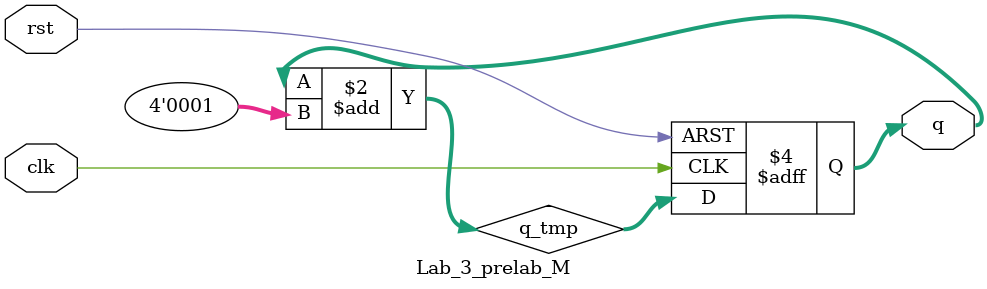
<source format=v>
`timescale 1ns / 1ps


`define BCD_BIT_WIDTH 4
`define BCD_ZERO 4'd0
`define BCD_ONE 4'd1

module Lab_3_prelab_M(
    q, // output
    clk, // global clock
    rst // active high reset
);
output [`BCD_BIT_WIDTH-1:0] q; // output
input clk; // global clock
input rst; // active high reset
reg [`BCD_BIT_WIDTH-1:0] q; // output (in always block)
reg [`BCD_BIT_WIDTH-1:0] q_tmp; // input to dff (in always block)
// Combinational logics
always @(q)
    q_tmp = q + `BCD_ONE;
// Sequential logics: Flip flops
always @(posedge clk or posedge rst)
    if (rst) q<=`BCD_BIT_WIDTH'd0;
    else q<=q_tmp;

endmodule

</source>
